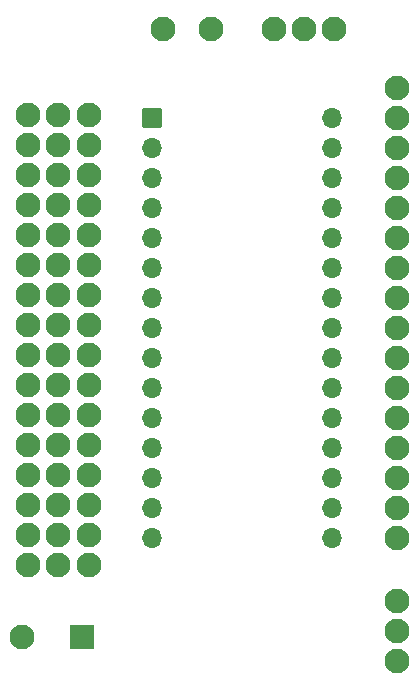
<source format=gbr>
%TF.GenerationSoftware,KiCad,Pcbnew,9.0.6*%
%TF.CreationDate,2025-12-02T14:29:33+01:00*%
%TF.ProjectId,NANO_Shield,4e414e4f-5f53-4686-9965-6c642e6b6963,rev?*%
%TF.SameCoordinates,Original*%
%TF.FileFunction,Soldermask,Bot*%
%TF.FilePolarity,Negative*%
%FSLAX46Y46*%
G04 Gerber Fmt 4.6, Leading zero omitted, Abs format (unit mm)*
G04 Created by KiCad (PCBNEW 9.0.6) date 2025-12-02 14:29:33*
%MOMM*%
%LPD*%
G01*
G04 APERTURE LIST*
G04 Aperture macros list*
%AMRoundRect*
0 Rectangle with rounded corners*
0 $1 Rounding radius*
0 $2 $3 $4 $5 $6 $7 $8 $9 X,Y pos of 4 corners*
0 Add a 4 corners polygon primitive as box body*
4,1,4,$2,$3,$4,$5,$6,$7,$8,$9,$2,$3,0*
0 Add four circle primitives for the rounded corners*
1,1,$1+$1,$2,$3*
1,1,$1+$1,$4,$5*
1,1,$1+$1,$6,$7*
1,1,$1+$1,$8,$9*
0 Add four rect primitives between the rounded corners*
20,1,$1+$1,$2,$3,$4,$5,0*
20,1,$1+$1,$4,$5,$6,$7,0*
20,1,$1+$1,$6,$7,$8,$9,0*
20,1,$1+$1,$8,$9,$2,$3,0*%
G04 Aperture macros list end*
%ADD10C,2.100000*%
%ADD11RoundRect,0.050000X-0.800000X-0.800000X0.800000X-0.800000X0.800000X0.800000X-0.800000X0.800000X0*%
%ADD12O,1.700000X1.700000*%
%ADD13RoundRect,0.050000X-1.000000X-1.000000X1.000000X-1.000000X1.000000X1.000000X-1.000000X1.000000X0*%
G04 APERTURE END LIST*
D10*
%TO.C,S 9V*%
X137380000Y-305100000D03*
X134840000Y-305100000D03*
X132300000Y-305100000D03*
%TD*%
%TO.C,*%
X127000000Y-305100000D03*
%TD*%
%TO.C,*%
X122900000Y-305100000D03*
%TD*%
D11*
%TO.C,A1*%
X121951001Y-312695001D03*
D12*
X121951001Y-315235001D03*
X121951001Y-317775001D03*
X121951001Y-320315001D03*
X121951001Y-322855001D03*
X121951001Y-325395001D03*
X121951001Y-327935001D03*
X121951001Y-330475001D03*
X121951001Y-333015001D03*
X121951001Y-335555001D03*
X121951001Y-338095001D03*
X121951001Y-340635001D03*
X121951001Y-343175001D03*
X121951001Y-345715001D03*
X121951001Y-348255001D03*
X137191001Y-348255001D03*
X137191001Y-345715001D03*
X137191001Y-343175001D03*
X137191001Y-340635001D03*
X137191001Y-338095001D03*
X137191001Y-335555001D03*
X137191001Y-333015001D03*
X137191001Y-330475001D03*
X137191001Y-327935001D03*
X137191001Y-325395001D03*
X137191001Y-322855001D03*
X137191001Y-320315001D03*
X137191001Y-317775001D03*
X137191001Y-315235001D03*
X137191001Y-312695001D03*
%TD*%
D10*
%TO.C,J2*%
X114046000Y-312420000D03*
X114046000Y-314960000D03*
X114046000Y-317500000D03*
X114046000Y-320040000D03*
X114046000Y-322580000D03*
X114046000Y-325120000D03*
X114046000Y-327660000D03*
X114046000Y-330200000D03*
X114046000Y-332740000D03*
X114046000Y-335280000D03*
X114046000Y-337820000D03*
X114046000Y-340360000D03*
X114046000Y-342900000D03*
X114046000Y-345440000D03*
X114046000Y-347980000D03*
X114046000Y-350520000D03*
%TD*%
%TO.C,J3*%
X116650000Y-312430000D03*
X116650000Y-314970000D03*
X116650000Y-317510000D03*
X116650000Y-320050000D03*
X116650000Y-322590000D03*
X116650000Y-325130000D03*
X116650000Y-327670000D03*
X116650000Y-330210000D03*
X116650000Y-332750000D03*
X116650000Y-335290000D03*
X116650000Y-337830000D03*
X116650000Y-340370000D03*
X116650000Y-342910000D03*
X116650000Y-345450000D03*
X116650000Y-347990000D03*
X116650000Y-350530000D03*
%TD*%
%TO.C,J4*%
X142748000Y-348234000D03*
X142748000Y-345694000D03*
X142748000Y-343154000D03*
X142748000Y-340614000D03*
X142748000Y-338074000D03*
X142748000Y-335534000D03*
X142748000Y-332994000D03*
X142748000Y-330454000D03*
X142748000Y-327914000D03*
X142748000Y-325374000D03*
X142748000Y-322834000D03*
X142748000Y-320294000D03*
X142748000Y-317754000D03*
X142748000Y-315214000D03*
X142748000Y-312674000D03*
X142748000Y-310134000D03*
%TD*%
%TO.C,S 5V*%
X142748000Y-358648000D03*
X142748000Y-356108000D03*
X142748000Y-353568000D03*
%TD*%
%TO.C,GND*%
X110998000Y-356616000D03*
D13*
X116078000Y-356616000D03*
%TD*%
D10*
%TO.C,J1*%
X111506000Y-350520000D03*
X111506000Y-347980000D03*
X111506000Y-345440000D03*
X111506000Y-342900000D03*
X111506000Y-340360000D03*
X111506000Y-337820000D03*
X111506000Y-335280000D03*
X111506000Y-332740000D03*
X111506000Y-330200000D03*
X111506000Y-327660000D03*
X111506000Y-325120000D03*
X111506000Y-322580000D03*
X111506000Y-320040000D03*
X111506000Y-317500000D03*
X111506000Y-314960000D03*
X111506000Y-312420000D03*
%TD*%
M02*

</source>
